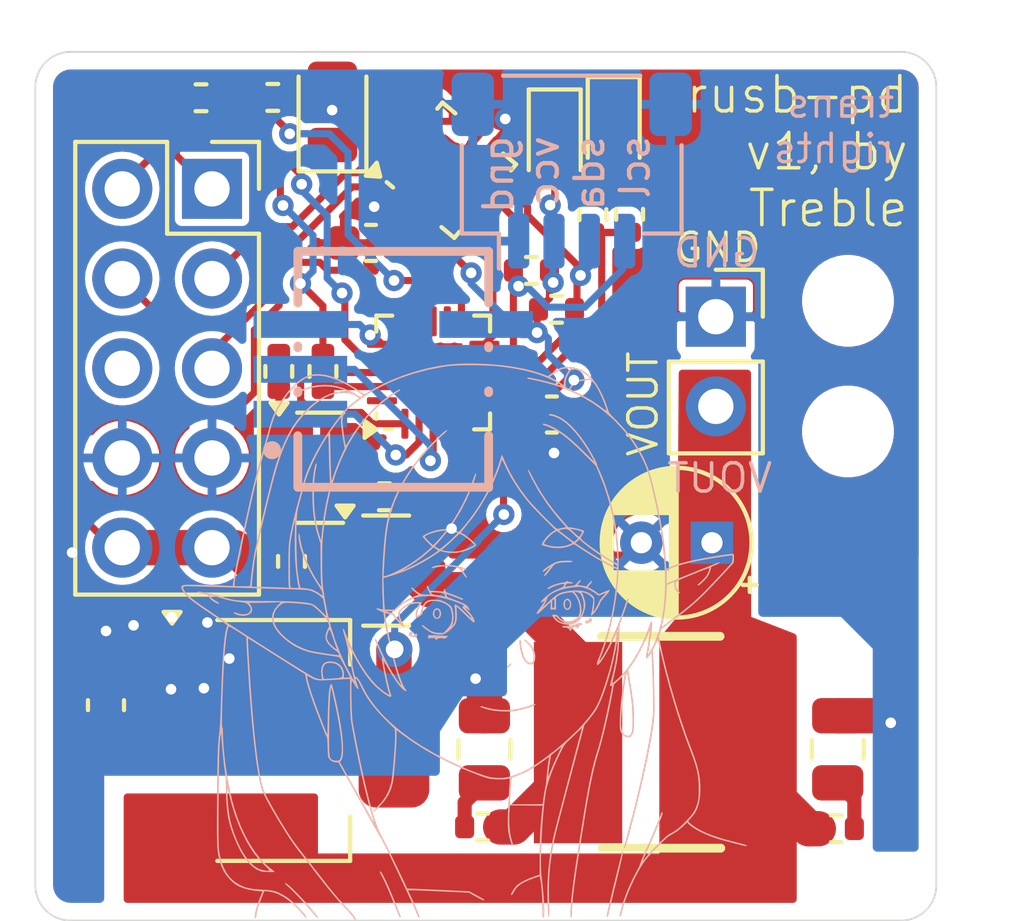
<source format=kicad_pcb>
(kicad_pcb (version 20240108) (generator "pcbnew") (generator_version "8.0")
  (layers (0 "F.Cu" signal) (31 "B.Cu" signal) (34 "B.Paste" user) (35 "F.Paste" user) (36 "B.SilkS" user "B.Silkscreen") (37 "F.SilkS" user "F.Silkscreen") (38 "B.Mask" user) (39 "F.Mask" user) (44 "Edge.Cuts" user))
  (net 0 "")
  (net 1 "GND")
  (net 2 "+3.3V")
  (net 3 "/CC2")
  (net 4 "/D+")
  (net 5 "/SBU2")
  (net 6 "/CC1")
  (net 7 "/SWIO")
  (net 8 "/TYPEC_VBUS")
  (net 9 "/D-")
  (net 10 "/F_SDA")
  (net 11 "/F_SCL")
  (net 12 "VBUS")
  (net 15 "/F_INT")
  (net 17 "/DPU")
  (net 19 "/VBUS_ADC")
  (net 22 "Net-(C1-Pad1)")
  (net 23 "Net-(C3-Pad1)")
  (net 25 "Net-(Q1-D)")
  (net 26 "Net-(Q1-G)")
  (net 27 "Net-(Q2-C)")
  (net 28 "Net-(Q2-B)")
  (net 29 "/VBUS_EN")
  (net 30 "Net-(D2-A)")
  (net 31 "/LED")
  (net 32 "Net-(D3-K)")
  (net 33 "/CFG2")
  (net 34 "/CFG3")
  (net 35 "/CFG1")
  (footprint "Connector_PinSocket_2.54mm:PinSocket_2x05_P2.54mm_Vertical" (layer "F.Cu") (at 138.5 103.98)
    (property "Reference" "J1" (hide yes))
    (property "Value" "Conn_02x05_Counter_Clockwise" (hide yes))
    (pad "1" thru_hole rect (at 0 0) (size 1.7 1.7) (drill 1) (layers "*.Cu" "*.Mask") (net 9 "/D-"))
    (pad "2" thru_hole oval (at -2.54 0) (size 1.7 1.7) (drill 1) (layers "*.Cu" "*.Mask") (net 4 "/D+"))
    (pad "3" thru_hole oval (at 0 2.54) (size 1.7 1.7) (drill 1) (layers "*.Cu" "*.Mask") (net 6 "/CC1"))
    (pad "4" thru_hole oval (at -2.54 2.54) (size 1.7 1.7) (drill 1) (layers "*.Cu" "*.Mask") (net 7 "/SWIO"))
    (pad "5" thru_hole oval (at 0 5.08) (size 1.7 1.7) (drill 1) (layers "*.Cu" "*.Mask") (net 3 "/CC2"))
    (pad "6" thru_hole oval (at -2.54 5.08) (size 1.7 1.7) (drill 1) (layers "*.Cu" "*.Mask") (net 5 "/SBU2"))
    (pad "7" thru_hole oval (at 0 7.62) (size 1.7 1.7) (drill 1) (layers "*.Cu" "*.Mask") (net 1 "GND"))
    (pad "8" thru_hole oval (at -2.54 7.62) (size 1.7 1.7) (drill 1) (layers "*.Cu" "*.Mask") (net 1 "GND"))
    (pad "9" thru_hole oval (at 0 10.16) (size 1.7 1.7) (drill 1) (layers "*.Cu" "*.Mask") (net 8 "/TYPEC_VBUS"))
    (pad "10" thru_hole oval (at -2.54 10.16) (size 1.7 1.7) (drill 1) (layers "*.Cu" "*.Mask") (net 8 "/TYPEC_VBUS"))
  )
  (footprint "Resistor_SMD:R_0402_1005Metric" (layer "F.Cu") (at 147.540007 106.290004)
    (property "Reference" "R2" (hide yes))
    (property "Value" "1K5" (hide yes))
    (pad "1" smd roundrect (at -0.51 0) (size 0.54 0.64) (layers "F.Cu" "F.Paste" "F.Mask") (net 11 "/F_SCL"))
    (pad "2" smd roundrect (at 0.51 0) (size 0.54 0.64) (layers "F.Cu" "F.Paste" "F.Mask") (net 2 "+3.3V"))
  )
  (footprint "Package_DFN_QFN:QFN-20-1EP_3x3mm_P0.4mm_EP1.65x1.65mm" (layer "F.Cu") (at 144.759998 109.179994 90)
    (property "Reference" "U4" (hide yes))
    (property "Value" "CH32V003FxUx" (hide yes))
    (pad "1" smd roundrect (at -1.450002 -0.800003 90) (size 0.85 0.2) (layers "F.Cu" "F.Paste" "F.Mask") (net 29 "/VBUS_EN"))
    (pad "2" smd roundrect (at -1.45 -0.4 90) (size 0.85 0.2) (layers "F.Cu" "F.Paste" "F.Mask") (net 35 "/CFG1"))
    (pad "3" smd roundrect (at -1.450006 0.000002 90) (size 0.85 0.2) (layers "F.Cu" "F.Paste" "F.Mask") (net 33 "/CFG2"))
    (pad "4" smd roundrect (at -1.450002 0.399999 90) (size 0.85 0.2) (layers "F.Cu" "F.Paste" "F.Mask") (net 1 "GND"))
    (pad "5" smd roundrect (at -1.450007 0.799996 90) (size 0.85 0.2) (layers "F.Cu" "F.Paste" "F.Mask"))
    (pad "6" smd roundrect (at -0.800003 1.450002 90) (size 0.2 0.85) (layers "F.Cu" "F.Paste" "F.Mask") (net 2 "+3.3V"))
    (pad "7" smd roundrect (at -0.4 1.45 90) (size 0.2 0.85) (layers "F.Cu" "F.Paste" "F.Mask") (net 31 "/LED"))
    (pad "8" smd roundrect (at 0.000002 1.450006 90) (size 0.2 0.85) (layers "F.Cu" "F.Paste" "F.Mask") (net 10 "/F_SDA"))
    (pad "9" smd roundrect (at 0.399999 1.450002 90) (size 0.2 0.85) (layers "F.Cu" "F.Paste" "F.Mask") (net 11 "/F_SCL"))
    (pad "10" smd roundrect (at 0.799996 1.450007 90) (size 0.2 0.85) (layers "F.Cu" "F.Paste" "F.Mask") (net 15 "/F_INT"))
    (pad "11" smd roundrect (at 1.450002 0.800003 90) (size 0.85 0.2) (layers "F.Cu" "F.Paste" "F.Mask") (net 19 "/VBUS_ADC"))
    (pad "12" smd roundrect (at 1.45 0.4 90) (size 0.85 0.2) (layers "F.Cu" "F.Paste" "F.Mask"))
    (pad "13" smd roundrect (at 1.450006 -0.000002 90) (size 0.85 0.2) (layers "F.Cu" "F.Paste" "F.Mask"))
    (pad "14" smd roundrect (at 1.450002 -0.399999 90) (size 0.85 0.2) (layers "F.Cu" "F.Paste" "F.Mask"))
    (pad "15" smd roundrect (at 1.450007 -0.799996 90) (size 0.85 0.2) (layers "F.Cu" "F.Paste" "F.Mask") (net 7 "/SWIO"))
    (pad "16" smd roundrect (at 0.800003 -1.450002 90) (size 0.2 0.85) (layers "F.Cu" "F.Paste" "F.Mask") (net 34 "/CFG3"))
    (pad "17" smd roundrect (at 0.4 -1.45 90) (size 0.2 0.85) (layers "F.Cu" "F.Paste" "F.Mask") (net 4 "/D+"))
    (pad "18" smd roundrect (at -0.000002 -1.450006 90) (size 0.2 0.85) (layers "F.Cu" "F.Paste" "F.Mask") (net 9 "/D-"))
    (pad "19" smd roundrect (at -0.399999 -1.450002 90) (size 0.2 0.85) (layers "F.Cu" "F.Paste" "F.Mask") (net 17 "/DPU"))
    (pad "20" smd roundrect (at -0.799996 -1.450007 90) (size 0.2 0.85) (layers "F.Cu" "F.Paste" "F.Mask"))
    (pad "21" smd rect (at 0 0 90) (size 1.65 1.65) (property pad_prop_heatsink) (layers "F.Cu" "F.Mask") (net 1 "GND"))
  )
  (footprint "Capacitor_SMD:C_0603_1608Metric" (layer "F.Cu") (at 143 105.51 180)
    (property "Reference" "C5" (hide yes))
    (property "Value" "100n")
    (pad "1" smd roundrect (at -0.775 0 180) (size 0.9 0.95) (layers "F.Cu" "F.Paste" "F.Mask") (net 2 "+3.3V"))
    (pad "2" smd roundrect (at 0.775 0 180) (size 0.9 0.95) (layers "F.Cu" "F.Paste" "F.Mask") (net 1 "GND"))
  )
  (footprint "Package_DFN_QFN:WQFN-14-1EP_2.5x2.5mm_P0.5mm_EP1.45x1.45mm" (layer "F.Cu") (at 145.190007 103.452504 50)
    (property "Reference" "U3" (hide yes))
    (property "Value" "FUSB302BMPX" (hide yes))
    (pad "1" smd roundrect (at -1.262501 -0.5 50) (size 0.675 0.25) (layers "F.Cu" "F.Paste" "F.Mask") (net 3 "/CC2"))
    (pad "2" smd roundrect (at -1.262501 -0.000001 50) (size 0.675 0.25) (layers "F.Cu" "F.Paste" "F.Mask"))
    (pad "3" smd roundrect (at -1.2625 0.499999 50) (size 0.675 0.25) (layers "F.Cu" "F.Paste" "F.Mask") (net 2 "+3.3V"))
    (pad "4" smd roundrect (at -0.75 1.2625 50) (size 0.25 0.675) (layers "F.Cu" "F.Paste" "F.Mask") (net 2 "+3.3V"))
    (pad "5" smd roundrect (at -0.250001 1.2625 50) (size 0.25 0.675) (layers "F.Cu" "F.Paste" "F.Mask") (net 15 "/F_INT"))
    (pad "6" smd roundrect (at 0.250001 1.262501 50) (size 0.25 0.675) (layers "F.Cu" "F.Paste" "F.Mask") (net 11 "/F_SCL"))
    (pad "7" smd roundrect (at 0.749999 1.262499 50) (size 0.25 0.675) (layers "F.Cu" "F.Paste" "F.Mask") (net 10 "/F_SDA"))
    (pad "8" smd roundrect (at 1.262501 0.5 50) (size 0.675 0.25) (layers "F.Cu" "F.Paste" "F.Mask") (net 1 "GND"))
    (pad "9" smd roundrect (at 1.262501 0.000001 50) (size 0.675 0.25) (layers "F.Cu" "F.Paste" "F.Mask") (net 1 "GND"))
    (pad "10" smd roundrect (at 1.2625 -0.499999 50) (size 0.675 0.25) (layers "F.Cu" "F.Paste" "F.Mask") (net 6 "/CC1"))
    (pad "11" smd roundrect (at 0.75 -1.2625 50) (size 0.25 0.675) (layers "F.Cu" "F.Paste" "F.Mask") (net 6 "/CC1"))
    (pad "12" smd roundrect (at 0.250001 -1.2625 50) (size 0.25 0.675) (layers "F.Cu" "F.Paste" "F.Mask"))
    (pad "13" smd roundrect (at -0.250001 -1.262501 50) (size 0.25 0.675) (layers "F.Cu" "F.Paste" "F.Mask"))
    (pad "14" smd roundrect (at -0.749999 -1.262499 50) (size 0.25 0.675) (layers "F.Cu" "F.Paste" "F.Mask") (net 3 "/CC2"))
    (pad "15" smd rect (at 0 0 50) (size 1.45 1.45) (property pad_prop_heatsink) (layers "F.Cu" "F.Mask") (net 1 "GND"))
  )
  (footprint "MountingHole:MountingHole_2.1mm" (layer "F.Cu") (at 156.5 110.85)
    (property "Reference" "REF**" (hide yes))
    (property "Value" "MountingHole_2.1mm" (hide yes))
    (pad "" np_thru_hole circle (at 0 0) (size 2.1 2.1) (drill 2.1) (layers "*.Cu" "*.Mask"))
  )
  (footprint "Capacitor_THT:CP_Radial_D4.0mm_P2.00mm" (layer "F.Cu") (at 152.65 114 180)
    (property "Reference" "C4" (hide yes))
    (property "Value" "C_Polarized_Small" (hide yes))
    (pad "1" thru_hole rect (at 0 0 180) (size 1.2 1.2) (drill 0.6) (layers "*.Cu" "*.Mask") (net 12 "VBUS"))
    (pad "2" thru_hole circle (at 2 0 180) (size 1.2 1.2) (drill 0.6) (layers "*.Cu" "*.Mask") (net 1 "GND"))
  )
  (footprint "Capacitor_SMD:C_0805_2012Metric" (layer "F.Cu") (at 146.21 119.85 90)
    (property "Reference" "C1" (hide yes))
    (property "Value" "11n" (hide yes))
    (pad "1" smd roundrect (at -0.949998 0.000002 90) (size 1 1.45) (layers "F.Cu" "F.Paste" "F.Mask") (net 22 "Net-(C1-Pad1)"))
    (pad "2" smd roundrect (at 0.949998 -0.000002 90) (size 1 1.45) (layers "F.Cu" "F.Paste" "F.Mask") (net 1 "GND"))
  )
  (footprint "Capacitor_SMD:C_0805_2012Metric" (layer "F.Cu") (at 156.21 119.85 90)
    (property "Reference" "C3" (hide yes))
    (property "Value" "11n" (hide yes))
    (pad "1" smd roundrect (at -0.949998 0.000002 90) (size 1 1.45) (layers "F.Cu" "F.Paste" "F.Mask") (net 23 "Net-(C3-Pad1)"))
    (pad "2" smd roundrect (at 0.949998 -0.000002 90) (size 1 1.45) (layers "F.Cu" "F.Paste" "F.Mask") (net 1 "GND"))
  )
  (footprint "Resistor_SMD:R_0402_1005Metric" (layer "F.Cu") (at 140.75 114.53 -90)
    (property "Reference" "R8" (hide yes))
    (property "Value" "1K5")
    (pad "1" smd roundrect (at -0.51 0 270) (size 0.54 0.64) (layers "F.Cu" "F.Paste" "F.Mask") (net 26 "Net-(Q1-G)"))
    (pad "2" smd roundrect (at 0.51 0 270) (size 0.54 0.64) (layers "F.Cu" "F.Paste" "F.Mask") (net 8 "/TYPEC_VBUS"))
  )
  (footprint "Library:IND-SMD_L6.0-W6.0_FNR60XXS" (layer "F.Cu") (at 151.21 119.650004)
    (property "Reference" "L1" (hide yes))
    (property "Value" "30u" (hide yes))
    (pad "1" smd rect (at -2.349996 0.009998) (size 2.5 5.7) (layers "F.Cu" "F.Paste" "F.Mask") (net 25 "Net-(Q1-D)"))
    (pad "2" smd rect (at 2.349996 -0.009998) (size 2.5 5.7) (layers "F.Cu" "F.Paste" "F.Mask") (net 12 "VBUS"))
  )
  (footprint "Resistor_SMD:R_0402_1005Metric" (layer "F.Cu") (at 150.32 104.7 -90)
    (property "Reference" "R11" (hide yes))
    (property "Value" "5.1K")
    (pad "1" smd roundrect (at -0.51 0 270) (size 0.54 0.64) (layers "F.Cu" "F.Paste" "F.Mask") (net 30 "Net-(D2-A)"))
    (pad "2" smd roundrect (at 0.51 0 270) (size 0.54 0.64) (layers "F.Cu" "F.Paste" "F.Mask") (net 31 "/LED"))
  )
  (footprint "Resistor_SMD:R_0402_1005Metric" (layer "F.Cu") (at 140.39 109.15 -90)
    (property "Reference" "R10" (hide yes))
    (property "Value" "1K5")
    (pad "1" smd roundrect (at -0.51 0 270) (size 0.54 0.64) (layers "F.Cu" "F.Paste" "F.Mask") (net 29 "/VBUS_EN"))
    (pad "2" smd roundrect (at 0.51 0 270) (size 0.54 0.64) (layers "F.Cu" "F.Paste" "F.Mask") (net 28 "Net-(Q2-B)"))
  )
  (footprint "Package_TO_SOT_SMD:SOT-23" (layer "F.Cu") (at 143.43 114.79)
    (property "Reference" "Q1" (hide yes))
    (property "Value" "AO3401")
    (pad "1" smd roundrect (at -0.9375 -0.95) (size 1.475 0.6) (layers "F.Cu" "F.Paste" "F.Mask") (net 26 "Net-(Q1-G)"))
    (pad "2" smd roundrect (at -0.9375 0.95) (size 1.475 0.6) (layers "F.Cu" "F.Paste" "F.Mask") (net 8 "/TYPEC_VBUS"))
    (pad "3" smd roundrect (at 0.9375 0) (size 1.475 0.6) (layers "F.Cu" "F.Paste" "F.Mask") (net 25 "Net-(Q1-D)"))
  )
  (footprint "Resistor_SMD:R_0402_1005Metric" (layer "F.Cu") (at 156.17 122.1 180)
    (property "Reference" "R6" (hide yes))
    (property "Value" "50" (hide yes))
    (pad "1" smd roundrect (at -0.51 0 180) (size 0.54 0.64) (layers "F.Cu" "F.Paste" "F.Mask") (net 23 "Net-(C3-Pad1)"))
    (pad "2" smd roundrect (at 0.51 0 180) (size 0.54 0.64) (layers "F.Cu" "F.Paste" "F.Mask") (net 12 "VBUS"))
  )
  (footprint "Resistor_SMD:R_0402_1005Metric" (layer "F.Cu") (at 149.28 104.71 -90)
    (property "Reference" "R12" (hide yes))
    (property "Value" "5.1K")
    (pad "1" smd roundrect (at -0.51 0 270) (size 0.54 0.64) (layers "F.Cu" "F.Paste" "F.Mask") (net 32 "Net-(D3-K)"))
    (pad "2" smd roundrect (at 0.51 0 270) (size 0.54 0.64) (layers "F.Cu" "F.Paste" "F.Mask") (net 31 "/LED"))
  )
  (footprint "Package_TO_SOT_SMD:SOT-223-3_TabPin2" (layer "F.Cu") (at 140.5 119.6)
    (property "Reference" "U1" (hide yes))
    (property "Value" "AMS1117-3.3" (hide yes))
    (pad "1" smd roundrect (at -3.15 -2.3) (size 2 1.5) (layers "F.Cu" "F.Paste" "F.Mask") (net 1 "GND"))
    (pad "2" smd roundrect (at -3.15 0) (size 2 1.5) (layers "F.Cu" "F.Paste" "F.Mask") (net 2 "+3.3V"))
    (pad "2" smd roundrect (at 3.15 0) (size 2 3.8) (layers "F.Cu" "F.Paste" "F.Mask") (net 2 "+3.3V"))
    (pad "3" smd roundrect (at -3.15 2.3) (size 2 1.5) (layers "F.Cu" "F.Paste" "F.Mask") (net 12 "VBUS"))
  )
  (footprint "MountingHole:MountingHole_2.1mm" (layer "F.Cu") (at 156.5 107.15)
    (property "Reference" "REF**" (hide yes))
    (property "Value" "MountingHole_2.1mm" (hide yes))
    (pad "" np_thru_hole circle (at 0 0) (size 2.1 2.1) (drill 2.1) (layers "F&B.Cu" "*.Mask"))
  )
  (footprint "Capacitor_SMD:C_0603_1608Metric" (layer "F.Cu") (at 135.5 118.6 90)
    (property "Reference" "C2" (hide yes))
    (property "Value" "1u" (hide yes))
    (pad "1" smd roundrect (at -0.775 0.000002 90) (size 0.9 0.95) (layers "F.Cu" "F.Paste" "F.Mask") (net 2 "+3.3V"))
    (pad "2" smd roundrect (at 0.775 -0.000002 90) (size 0.9 0.95) (layers "F.Cu" "F.Paste" "F.Mask") (net 1 "GND"))
  )
  (footprint "LED_SMD:LED_0603_1608Metric" (layer "F.Cu") (at 148.2 102.65 -90)
    (property "Reference" "D3" (hide yes))
    (property "Value" "LED2")
    (pad "1" smd roundrect (at -0.7875 0 270) (size 0.875 0.95) (layers "F.Cu" "F.Paste" "F.Mask") (net 32 "Net-(D3-K)"))
    (pad "2" smd roundrect (at 0.7875 0 270) (size 0.875 0.95) (layers "F.Cu" "F.Paste" "F.Mask") (net 2 "+3.3V"))
  )
  (footprint "Package_TO_SOT_SMD:SOT-23" (layer "F.Cu") (at 141.56 111.8775)
    (property "Reference" "Q2" (hide yes))
    (property "Value" "BC847")
    (pad "1" smd roundrect (at -0.9375 -0.95) (size 1.475 0.6) (layers "F.Cu" "F.Paste" "F.Mask") (net 28 "Net-(Q2-B)"))
    (pad "2" smd roundrect (at -0.9375 0.95) (size 1.475 0.6) (layers "F.Cu" "F.Paste" "F.Mask") (net 1 "GND"))
    (pad "3" smd roundrect (at 0.9375 0) (size 1.475 0.6) (layers "F.Cu" "F.Paste" "F.Mask") (net 27 "Net-(Q2-C)"))
  )
  (footprint "Diode_SMD:D_0805_2012Metric" (layer "F.Cu") (at 141.91 101.8 90)
    (property "Reference" "D1" (hide yes))
    (property "Value" "3V6")
    (pad "1" smd roundrect (at -0.9375 0 90) (size 0.975 1.4) (layers "F.Cu" "F.Paste" "F.Mask") (net 19 "/VBUS_ADC"))
    (pad "2" smd roundrect (at 0.9375 0 90) (size 0.975 1.4) (layers "F.Cu" "F.Paste" "F.Mask") (net 1 "GND"))
  )
  (footprint "Resistor_SMD:R_0402_1005Metric" (layer "F.Cu") (at 140.22 101.39)
    (property "Reference" "R3" (hide yes))
    (property "Value" "1K5")
    (pad "1" smd roundrect (at -0.51 0) (size 0.54 0.64) (layers "F.Cu" "F.Paste" "F.Mask") (net 19 "/VBUS_ADC"))
    (pad "2" smd roundrect (at 0.51 0) (size 0.54 0.64) (layers "F.Cu" "F.Paste" "F.Mask") (net 1 "GND"))
  )
  (footprint "Resistor_SMD:R_0402_1005Metric" (layer "F.Cu") (at 148.25 107.39 180)
    (property "Reference" "R1" (hide yes))
    (property "Value" "1K5" (hide yes))
    (pad "1" smd roundrect (at -0.51 0 180) (size 0.54 0.64) (layers "F.Cu" "F.Paste" "F.Mask") (net 10 "/F_SDA"))
    (pad "2" smd roundrect (at 0.51 0 180) (size 0.54 0.64) (layers "F.Cu" "F.Paste" "F.Mask") (net 2 "+3.3V"))
  )
  (footprint "Resistor_SMD:R_0402_1005Metric" (layer "F.Cu") (at 141.64 109.15 90)
    (property "Reference" "R5" (hide yes))
    (property "Value" "1.5k" (hide yes))
    (pad "1" smd roundrect (at -0.510001 0 90) (size 0.54 0.64) (layers "F.Cu" "F.Paste" "F.Mask") (net 17 "/DPU"))
    (pad "2" smd roundrect (at 0.510001 0 90) (size 0.54 0.64) (layers "F.Cu" "F.Paste" "F.Mask") (net 9 "/D-"))
  )
  (footprint "Resistor_SMD:R_0402_1005Metric" (layer "F.Cu") (at 146.16 122.05)
    (property "Reference" "R7" (hide yes))
    (property "Value" "50" (hide yes))
    (pad "1" smd roundrect (at -0.51 0) (size 0.54 0.64) (layers "F.Cu" "F.Paste" "F.Mask") (net 22 "Net-(C1-Pad1)"))
    (pad "2" smd roundrect (at 0.51 0) (size 0.54 0.64) (layers "F.Cu" "F.Paste" "F.Mask") (net 25 "Net-(Q1-D)"))
  )
  (footprint "LED_SMD:LED_0603_1608Metric" (layer "F.Cu") (at 149.87 102.3 -90)
    (property "Reference" "D2" (hide yes))
    (property "Value" "LED1")
    (pad "1" smd roundrect (at -0.7875 0 270) (size 0.875 0.95) (layers "F.Cu" "F.Paste" "F.Mask") (net 1 "GND"))
    (pad "2" smd roundrect (at 0.7875 0 270) (size 0.875 0.95) (layers "F.Cu" "F.Paste" "F.Mask") (net 30 "Net-(D2-A)"))
  )
  (footprint "Capacitor_SMD:C_0603_1608Metric" (layer "F.Cu") (at 148.12 110.37)
    (property "Reference" "C6" (hide yes))
    (property "Value" "100n")
    (pad "1" smd roundrect (at -0.775 0) (size 0.9 0.95) (layers "F.Cu" "F.Paste" "F.Mask") (net 2 "+3.3V"))
    (pad "2" smd roundrect (at 0.775 0) (size 0.9 0.95) (layers "F.Cu" "F.Paste" "F.Mask") (net 1 "GND"))
  )
  (footprint "Resistor_SMD:R_0402_1005Metric" (layer "F.Cu") (at 138.19 101.4)
    (property "Reference" "R4" (hide yes))
    (property "Value" "15K")
    (pad "1" smd roundrect (at -0.51 0) (size 0.54 0.64) (layers "F.Cu" "F.Paste" "F.Mask") (net 8 "/TYPEC_VBUS"))
    (pad "2" smd roundrect (at 0.51 0) (size 0.54 0.64) (layers "F.Cu" "F.Paste" "F.Mask") (net 19 "/VBUS_ADC"))
  )
  (footprint "Resistor_SMD:R_0402_1005Metric" (layer "F.Cu") (at 143.38 112.7)
    (property "Reference" "R9" (hide yes))
    (property "Value" "4K7")
    (pad "1" smd roundrect (at -0.51 0) (size 0.54 0.64) (layers "F.Cu" "F.Paste" "F.Mask") (net 27 "Net-(Q2-C)"))
    (pad "2" smd roundrect (at 0.51 0) (size 0.54 0.64) (layers "F.Cu" "F.Paste" "F.Mask") (net 26 "Net-(Q1-G)"))
  )
  (footprint "Connector_PinSocket_2.54mm:PinSocket_1x02_P2.54mm_Vertical" (layer "F.Cu") (at 152.76 107.6)
    (property "Reference" "J2" (hide yes))
    (property "Value" "Conn_01x02" (hide yes))
    (pad "1" thru_hole rect (at 0 0) (size 1.7 1.7) (drill 1) (layers "*.Cu" "*.Mask") (net 1 "GND"))
    (pad "2" thru_hole oval (at 0 2.54) (size 1.7 1.7) (drill 1) (layers "*.Cu" "*.Mask") (net 12 "VBUS"))
  )
  (footprint "Connector_JST:JST_SH_SM04B-SRSS-TB_1x04-1MP_P1.00mm_Horizontal" (layer "B.Cu") (at 148.68 103.46)
    (property "Reference" "J3" (hide yes))
    (property "Value" "qwiic")
    (pad "1" smd roundrect (at -1.5 2) (size 0.6 1.55) (layers "B.Cu" "B.Paste" "B.Mask") (net 1 "GND"))
    (pad "2" smd roundrect (at -0.5 2) (size 0.6 1.55) (layers "B.Cu" "B.Paste" "B.Mask") (net 2 "+3.3V"))
    (pad "3" smd roundrect (at 0.5 2) (size 0.6 1.55) (layers "B.Cu" "B.Paste" "B.Mask") (net 10 "/F_SDA"))
    (pad "4" smd roundrect (at 1.5 2) (size 0.6 1.55) (layers "B.Cu" "B.Paste" "B.Mask") (net 11 "/F_SCL"))
    (pad "MP" smd roundrect (at -2.8 -1.875) (size 1.2 1.8) (layers "B.Cu" "B.Paste" "B.Mask") (roundrect_rratio 0.208333) (net 1 "GND"))
    (pad "MP" smd roundrect (at 2.8 -1.875) (size 1.2 1.8) (layers "B.Cu" "B.Paste" "B.Mask") (roundrect_rratio 0.208333) (net 1 "GND"))
  )
  (footprint "rusb-pd-second:SW-SMD_6P-P1.27_EU-03KS" (layer "B.Cu") (at 143.63 109.09 90)
    (property "Reference" "SW1" (hide yes))
    (property "Value" "SW_DIP_x03")
    (pad "1" smd rect (at -1.27 -2.63) (size 2.65 0.76) (layers "B.Cu" "B.Paste" "B.Mask") (net 35 "/CFG1"))
    (pad "2" smd rect (at 0 -2.63) (size 2.65 0.76) (layers "B.Cu" "B.Paste" "B.Mask") (net 33 "/CFG2"))
    (pad "3" smd rect (at 1.27 -2.63) (size 2.65 0.76) (layers "B.Cu" "B.Paste" "B.Mask") (net 34 "/CFG3"))
    (pad "4" smd rect (at 1.27 2.63) (size 2.65 0.76) (layers "B.Cu" "B.Paste" "B.Mask") (net 2 "+3.3V"))
    (pad "5" smd rect (at 0 2.63) (size 2.65 0.76) (layers "B.Cu" "B.Paste" "B.Mask") (net 1 "GND"))
    (pad "6" smd rect (at -1.27 2.63) (size 2.65 0.76) (layers "B.Cu" "B.Paste" "B.Mask") (net 1 "GND"))
  )
  (footprint "rusb-pd-second:frieren_4" (layer "B.Cu") (at 145.64 116.79 180)
    (property "Reference" "G***" (hide yes))
    (property "Value" "LOGO" (hide yes))
  )
  (gr_arc (start 159 123.7) (mid 158.707107 124.407107) (end 158 124.7) (stroke (width 0.05)) (layer "Edge.Cuts"))
  (gr_line (start 158 124.7) (end 134.5 124.7) (stroke (width 0.05)) (layer "Edge.Cuts"))
  (gr_line (start 133.5 123.7) (end 133.5 101.1) (stroke (width 0.05)) (layer "Edge.Cuts"))
  (gr_arc (start 133.5 101.1) (mid 133.792893 100.392893) (end 134.5 100.1) (stroke (width 0.05)) (layer "Edge.Cuts"))
  (gr_line (start 159 101.1) (end 159 123.7) (stroke (width 0.05)) (layer "Edge.Cuts"))
  (gr_arc (start 134.5 124.7) (mid 133.792893 124.407107) (end 133.5 123.7) (stroke (width 0.05)) (layer "Edge.Cuts"))
  (gr_line (start 134.5 100.1) (end 158 100.1) (stroke (width 0.05)) (layer "Edge.Cuts"))
  (gr_arc (start 158 100.1) (mid 158.707107 100.392893) (end 159 101.1) (stroke (width 0.05)) (layer "Edge.Cuts"))
  (gr_text "VOUT" (at 154.42 112.64 0) (layer "B.SilkS") (effects (font (size 0.8 0.8) (thickness 0.1)) (justify left bottom mirror)))
  (gr_text "GND" (at 154.07 106.26 0) (layer "B.SilkS") (effects (font (size 0.8 0.8) (thickness 0.1)) (justify left bottom mirror)))
  (gr_text "trans\nrights" (at 157.88 103.31 0) (layer "B.SilkS") (effects (font (size 0.8 0.8) (thickness 0.1)) (justify left bottom mirror)))
  (gr_text "gnd\nvcc\nsda\nscl" (at 150.94 102.41 90) (layer "B.SilkS") (effects (font (size 0.8 0.8) (thickness 0.12)) (justify left bottom mirror)))
  (gr_text "VOUT" (at 151.17 111.62 90) (layer "F.SilkS") (effects (font (size 0.8 0.8) (thickness 0.1)) (justify left bottom)))
  (gr_text "rusb-pd\nv1, by\nTreble\n" (at 158.27 105.12 0) (layer "F.SilkS") (effects (font (size 1 1) (thickness 0.1)) (justify right bottom)))
  (gr_text "GND" (at 151.53 106.11 0) (layer "F.SilkS") (effects (font (size 0.8 0.8) (thickness 0.1)) (justify left bottom)))
  (segment (start 135.5 116.5) (end 135.5 117.824998) (width 1) (layer "F.Cu") (net 1))
  (segment (start 137.35 117.3) (end 137.24 117.3) (width 1) (layer "F.Cu") (net 1))
  (segment (start 137.35 117.3) (end 137.35 118.14) (width 1) (layer "F.Cu") (net 1))
  (segment (start 146.486901 102) (end 146.001528 102.485373) (width 0.2) (layer "F.Cu") (net 1))
  (segment (start 150.3 114.35) (end 149.74 114.35) (width 0.2) (layer "F.Cu") (net 1))
  (segment (start 141.9 101.750001) (end 141.220001 101.750001) (width 0.2) (layer "F.Cu") (net 1))
  (segment (start 141.220001 101.750001) (end 140.86 101.39) (width 0.2) (layer "F.Cu") (net 1))
  (segment (start 134.2 113.94) (end 134.2 112.45) (width 0.2) (layer "F.Cu") (net 1))
  (segment (start 153.79 107.6) (end 154.06 107.33) (width 0.2) (layer "F.Cu") (net 1))
  (segment (start 140.73 100.9) (end 140.7675 100.8625) (width 0.2) (layer "F.Cu") (net 1))
  (segment (start 137.35 116.12) (end 137.36 116.11) (width 1) (layer "F.Cu") (net 1))
  (segment (start 152.76 107.6) (end 153.79 107.6) (width 0.2) (layer "F.Cu") (net 1))
  (segment (start 152.76 107.6) (end 151.75 107.6) (width 0.2) (layer "F.Cu") (net 1))
  (segment (start 156.209998 118.900002) (end 157.510002 118.900002) (width 1) (layer "F.Cu") (net 1))
  (segment (start 140.73 101.39) (end 140.73 100.9) (width 0.2) (layer "F.Cu") (net 1))
  (segment (start 151.75 107.6) (end 151.45 107.3) (width 0.2) (layer "F.Cu") (net 1))
  (segment (start 137.35 117.3) (end 137.35 116.12) (width 1) (layer "F.Cu") (net 1))
  (segment (start 144.875968 109.708739) (end 145.159997 109.992768) (width 0.2) (layer "F.Cu") (net 1))
  (segment (start 146.209998 118.900002) (end 146.209998 118.099998) (width 1) (layer "F.Cu") (net 1))
  (segment (start 134.54 114.28) (end 134.2 113.94) (width 0.2) (layer "F.Cu") (net 1))
  (segment (start 146.8 102) (end 146.486901 102) (width 0.2) (layer "F.Cu") (net 1))
  (segment (start 137.35 117.3) (end 138.97 117.3) (width 1) (layer "F.Cu") (net 1))
  (segment (start 146.8 102.391315) (end 146.384549 102.806766) (width 0.2) (layer "F.Cu") (net 1))
  (segment (start 137.35 117.3) (end 137.35 117.28) (width 1) (layer "F.Cu") (net 1))
  (segment (start 137.35 118.14) (end 137.34 118.15) (width 1) (layer "F.Cu") (net 1))
  (segment (start 137.45 117.3) (end 138.27 118.12) (width 1) (layer "F.Cu") (net 1))
  (segment (start 146.209998 118.099998) (end 145.96 117.85) (width 1) (layer "F.Cu") (net 1))
  (segment (start 140.7675 100.8625) (end 141.91 100.8625) (width 0.2) (layer "F.Cu") (net 1))
  (segment (start 135.5 117.824998) (end 135.499998 117.825) (width 1) (layer "F.Cu") (net 1))
  (segment (start 157.510002 118.900002) (end 157.71 119.1) (width 1) (layer "F.Cu") (net 1))
  (segment (start 137.35 117.28) (end 138.37 116.26) (width 1) (layer "F.Cu") (net 1))
  (segment (start 137.35 117.3) (end 137.45 117.3) (width 1) (layer "F.Cu") (net 1))
  (segment (start 135.499998 117.825) (end 136.825 117.825) (width 1) (layer "F.Cu") (net 1))
  (segment (start 140.86 101.39) (end 140.73 101.39) (width 0.2) (layer "F.Cu") (net 1))
  (segment (start 150.65 114) (end 150.3 114.35) (width 0.2) (layer "F.Cu") (net 1))
  (segment (start 137.24 117.3) (end 136.28 116.34) (width 1) (layer "F.Cu") (net 1))
  (segment (start 145.159997 109.992768) (end 145.159997 110.629996) (width 0.2) (layer "F.Cu") (net 1))
  (segment (start 137.35 117.3) (end 136.27 117.3) (width 1) (layer "F.Cu") (net 1))
  (segment (start 146.8 102) (end 146.8 102.391315) (width 0.2) (layer "F.Cu") (net 1))
  (segment (start 136.825 117.825) (end 137.35 117.3) (width 1) (layer "F.Cu") (net 1))
  (segment (start 138.97 117.3) (end 138.99 117.28) (width 1) (layer "F.Cu") (net 1))
  (segment (start 136.27 117.3) (end 135.89 116.92) (width 1) (layer "F.Cu") (net 1))
  (via (at 134.54 114.28) (size 0.6) (drill 0.3) (layers "F.Cu" "B.Cu") (net 1))
  (via (at 137.36 116.11) (size 0.6) (drill 0.3) (layers "F.Cu" "B.Cu") (net 1))
  (via (at 141.9 101.750001) (size 0.6) (drill 0.3) (layers "F.Cu" "B.Cu") (net 1))
  (via (at 136.28 116.34) (size 0.6) (drill 0.3) (layers "F.Cu" "B.Cu") (net 1))
  (via (at 138.27 118.12) (size 0.6) (drill 0.3) (layers "F.Cu" "B.Cu") (net 1))
  (via (at 135.5 116.5) (size 0.6) (drill 0.3) (layers "F.Cu" "B.Cu") (net 1))
  (via (at 138.37 116.26) (size 0.6) (drill 0.3) (layers "F.Cu" "B.Cu") (net 1))
  (via (at 146.8 102) (size 0.6) (drill 0.3) (layers "F.Cu" "B.Cu") (net 1))
  (via (at 137.34 118.15) (size 0.6) (drill 0.3) (layers "F.Cu" "B.Cu") (net 1))
  (via (at 145.28 113.6) (size 0.6) (drill 0.3) (layers "F.Cu" "B.Cu") (net 1))
  (via (at 143.09 104.485) (size 0.6) (drill 0.3) (layers "F.Cu" "B.Cu") (net 1))
  (via (at 138.99 117.28) (size 0.6) (drill 0.3) (layers "F.Cu" "B.Cu") (net 1))
  (via (at 157.71 119.1) (size 0.6) (drill 0.3) (layers "F.Cu" "B.Cu") (net 1))
  (via (at 148.18 111.46) (size 0.6) (drill 0.3) (layers "F.Cu" "B.Cu") (net 1))
  (via (at 145.96 117.85) (size 0.6) (drill 0.3) (layers "F.Cu" "B.Cu") (net 1))
  (segment (start 137.125 119.375) (end 137.35 119.6) (width 1) (layer "F.Cu") (net 2))
  (segment (start 145.164817 105.69) (end 144.268557 105.69) (width 0.2) (layer "F.Cu") (net 2))
  (segment (start 148.2 104.31) (end 148.2 103.4375) (width 0.2) (layer "F.Cu") (net 2))
  (segment (start 148.524997 109.395) (end 148.74118 109.395) (width 0.2) (layer "F.Cu") (net 2))
  (segment (start 148.07 104.44) (end 148.2 104.31) (width 0.2) (layer "F.Cu") (net 2))
  (segment (start 135.500002 119.375) (end 137.125 119.375) (width 1) (layer "F.Cu") (net 2))
  (segment (start 143.67 117.02) (end 143.65 117.04) (width 1) (layer "F.Cu") (net 2))
  (segment (start 144.268557 105.69) (end 145.12 104.838557) (width 0.2) (layer "F.Cu") (net 2))
  (segment (start 147.94 109.979997) (end 148.524997 109.395) (width 0.2) (layer "F.Cu") (net 2))
  (segment (start 146.75 113.19) (end 146.75 110.965) (width 0.2) (layer "F.Cu") (net 2))
  (segment (start 145.12 104.838557) (end 145.190007 104.838557) (width 0.2) (layer "F.Cu") (net 2))
  (segment (start 147.7 108.05) (end 147.7 107.43) (width 0.2) (layer "F.Cu") (net 2))
  (segment (start 143.65 117.04) (end 143.65 119.6) (width 1) (layer "F.Cu") (net 2))
  (segment (start 148.050007 106.525681) (end 148.050007 106.290004) (width 0.2) (layer "F.Cu") (net 2))
  (segment (start 148.155261 106.630935) (end 148.050007 106.525681) (width 0.2) (layer "F.Cu") (net 2))
  (segment (start 137.35 119.6) (end 143.65 119.6) (width 1) (layer "F.Cu") (net 2))
  (segment (start 144.859038 104.838557) (end 145.12 104.838557) (width 0.2) (layer "F.Cu") (net 2))
  (segment (start 144.761509 104.741028) (end 144.859038 104.838557) (width 0.2) (layer "F.Cu") (net 2))
  (segment (start 148.050007 106.290004) (end 148.050007 107.079993) (width 0.2) (layer "F.Cu") (net 2))
  (segment (start 147.7 107.43) (end 147.74 107.39) (width 0.2) (layer "F.Cu") (net 2))
  (segment (start 148.050007 107.079993) (end 147.74 107.39) (width 0.2) (layer "F.Cu") (net 2))
  (segment (start 145.834047 106.35923) (end 145.164817 105.69) (width 0.2) (layer "F.Cu") (net 2))
  (segment (start 146.21 109.979997) (end 147.94 109.979997) (width 0.2) (layer "F.Cu") (net 2))
  (segment (start 145.190007 104.838557) (end 145.675047 104.838557) (width 0.2) (layer "F.Cu") (net 2))
  (segment (start 146.76 113.2) (end 146.75 113.19) (width 0.2) (layer "F.Cu") (net 2))
  (segment (start 146.75 110.965) (end 147.345 110.37) (width 0.2) (layer "F.Cu") (net 2))
  (via (at 148.74118 109.395) (size 0.6) (drill 0.3) (layers "F.Cu" "B.Cu") (net 2))
  (via (at 148.155261 106.630935) (size 0.6) (drill 0.3) (layers "F.Cu" "B.Cu") (net 2))
  (via (at 146.76 113.2) (size 0.6) (drill 0.3) (layers "F.Cu" "B.Cu") (net 2))
  (via (at 143.67 117.02) (size 1) (drill 0.5) (layers "F.Cu" "B.Cu") (net 2))
  (via (at 148.07 104.44) (size 0.6) (drill 0.3) (layers "F.Cu" "B.Cu") (net 2))
  (via (at 147.7 108.05) (size 0.6) (drill 0.3) (layers "F.Cu" "B.Cu") (net 2))
  (via (at 145.834047 106.35923) (size 0.6) (drill 0.3) (layers "F.Cu" "B.Cu") (net 2))
  (segment (start 146.76 113.2) (end 146.02 113.94) (width 0.2) (layer "B.Cu") (net 2))
  (segment (start 146.02 113.94) (end 146.02 113.97) (width 0.2) (layer "B.Cu") (net 2))
  (segment (start 145.834047 106.35923) (end 145.834047 106.664047) (width 0.2) (layer "B.Cu") (net 2))
  (segment (start 148.74118 109.395) (end 148.02 108.67382) (width 0.2) (layer "B.Cu") (net 2))
  (segment (start 148.02 108.22) (end 147.85 108.05) (width 0.2) (layer "B.Cu") (net 2))
  (segment (start 147.28 108.11) (end 147.64 108.11) (width 0.2) (layer "B.Cu") (net 2))
  (segment (start 148.155261 105.484739) (end 148.18 105.46) (width 0.2) (layer "B.Cu") (net 2))
  (segment (start 148.187285 104.617149) (end 148.187285 104.557285) (width 0.2) (layer "B.Cu") (net 2))
  (segment (start 146.02 113.97) (end 143.67 116.32) (width 0.2) (layer "B.Cu") (net 2))
  (segment (start 145.834047 106.664047) (end 147.28 108.11) (width 0.2) (layer "B.Cu") (net 2))
  (segment (start 148.155261 106.630935) (end 148.155261 105.484739) (width 0.2) (layer "B.Cu") (net 2))
  (segment (start 148.187285 104.557285) (end 148.07 104.44) (width 0.2) (layer "B.Cu") (net 2))
  (segment (start 147.85 108.05) (end 147.7 108.05) (width 0.2) (layer "B.Cu") (net 2))
  (segment (start 148.02 108.67382) (end 148.02 108.22) (width 0.2) (layer "B.Cu") (net 2))
  (segment (start 143.67 116.32) (end 143.67 117.02) (width 0.2) (layer "B.Cu") (net 2))
  (segment (start 147.64 108.11) (end 147.7 108.05) (width 0.2) (layer "B.Cu") (net 2))
  (segment (start 142.460686 103.925) (end 140.725686 105.66) (width 0.2) (layer "F.Cu") (net 3))
  (segment (start 138.5 108.61) (end 138.5 109.06) (width 0.2) (layer "F.Cu") (net 3))
  (segment (start 140.59005 105.66) (end 140 106.25005) (width 0.2) (layer "F.Cu") (net 3))
  (segment (start 143.740786 103.843563) (end 143.740786 103.215518) (width 0.2) (layer "F.Cu") (net 3))
  (segment (start 142.763917 103.925) (end 142.460686 103.925) (width 0.2) (layer "F.Cu") (net 3))
  (segment (start 140 106.25005) (end 140 107.11) (width 0.2) (layer "F.Cu") (net 3))
  (segment (start 143.740786 103.843563) (end 143.699349 103.885) (width 0.2) (layer "F.Cu") (net 3))
  (segment (start 143.699349 103.885) (end 142.803918 103.885) (width 0.2) (layer "F.Cu") (net 3))
  (segment (start 143.995465 104.098242) (end 143.740786 103.843563) (width 0.2) (layer "F.Cu") (net 3))
  (segment (start 142.803918 103.885) (end 142.763917 103.925) (width 0.2) (layer "F.Cu") (net 3))
  (segment (start 140.725686 105.66) (end 140.59005 105.66) (width 0.2) (layer "F.Cu") (net 3))
  (segment (start 140 107.11) (end 138.5 108.61) (width 0.2) (layer "F.Cu") (net 3))
  (segment (start 142.788639 108.779994) (end 143.309998 108.779994) (width 0.2) (layer "F.Cu") (net 4))
  (segment (start 141.037843 103.607843) (end 139.79 102.36) (width 0.2) (layer "F.Cu") (net 4))
  (segment (start 137.09 102.714314) (end 137.09 102.76) (width 0.2) (layer "F.Cu") (net 4))
  (segment (start 135.96 103.89) (end 135.96 103.98) (width 0.2) (layer "F.Cu") (net 4))
  (segment (start 142.26 108.25) (end 142.36 108.35) (width 0.2) (layer "F.Cu") (net 4))
  (segment (start 139.79 102.36) (end 137.444315 102.36) (width 0.2) (layer "F.Cu") (net 4))
  (segment (start 142.18 106.93) (end 142.26 107.01) (width 0.2) (layer "F.Cu") (net 4))
  (segment (start 142.36 108.351355) (end 142.788639 108.779994) (width 0.2) (layer "F.Cu") (net 4))
  (segment (start 137.444315 102.36) (end 137.09 102.714314) (width 0.2) (layer "F.Cu") (net 4))
  (segment (start 142.36 108.35) (end 142.36 108.351355) (width 0.2) (layer "F.Cu") (net 4))
  (segment (start 142.26 107.01) (end 142.26 108.25) (width 0.2) (layer "F.Cu") (net 4))
  (segment (start 141.037843 103.848846) (end 141.037843 103.607843) (width 0.2) (layer "F.Cu") (net 4))
  (segment (start 137.09 102.76) (end 135.96 103.89) (width 0.2) (layer "F.Cu") (net 4))
  (via (at 142.18 106.93) (size 0.6) (drill 0.3) (layers "F.Cu" "B.Cu") (net 4))
  (via (at 141.037843 103.848846) (size 0.6) (drill 0.3) (layers "F.Cu" "B.Cu") (net 4))
  (segment (start 141.76 106.51) (end 141.76 104.744314) (width 0.2) (layer "B.Cu") (net 4))
  (segment (start 141.76 104.744314) (end 141.037843 104.022157) (width 0.2) (layer "B.Cu") (net 4))
  (segment (start 141.037843 104.022157) (end 141.037843 103.848846) (width 0.2) (layer "B.Cu") (net 4))
  (segment (start 142.18 106.93) (end 141.76 106.51) (width 0.2) (layer "B.Cu") (net 4))
  (segment (start 145.3 101.8) (end 144.95 101.45) (width 0.2) (layer "F.Cu") (net 6))
  (segment (start 145.3 102.066451) (end 144.704967 102.066451) (width 0.2) (layer "F.Cu") (net 6))
  (segment (start 145.618505 102.16398) (end 145.520976 102.066451) (width 0.2) (layer "F.Cu") (net 6))
  (segment (start 144.95 101.45) (end 144.44 101.45) (width 0.2) (layer "F.Cu") (net 6))
  (segment (start 142.93 102.96) (end 142.93 103.193232) (width 0.2) (layer "F.Cu") (net 6))
  (segment (start 139.97 105.05) (end 138.5 106.52) (width 0.2) (layer "F.Cu") (net 6))
  (segment (start 145.3 102.066451) (end 145.3 101.8) (width 0.2) (layer "F.Cu") (net 6))
  (segment (start 140.77 105.05) (end 139.97 105.05) (width 0.2) (layer "F.Cu") (net 6))
  (segment (start 145.520976 102.066451) (end 145.3 102.066451) (width 0.2) (layer "F.Cu") (net 6))
  (segment (start 142.295 103.525) (end 140.77 105.05) (width 0.2) (layer "F.Cu") (net 6))
  (segment (start 142.598232 103.525) (end 142.295 103.525) (width 0.2) (layer "F.Cu") (net 6))
  (segment (start 144.44 101.45) (end 142.93 102.96) (width 0.2) (layer "F.Cu") (net 6))
  (segment (start 142.93 103.193232) (end 142.598232 103.525) (width 0.2) (layer "F.Cu") (net 6))
  (segment (start 137.21 109.74) (end 137.21 107.77) (width 0.2) (layer "F.Cu") (net 7))
  (segment (start 142.512668 106.285) (end 141.776304 106.285) (width 0.2) (layer "F.Cu") (net 7))
  (segment (start 143.960002 107.729987) (end 143.960002 107.410002) (width 0.2) (layer "F.Cu") (net 7))
  (segment (start 140.4 106.415736) (end 140.4 107.275686) (width 0.2) (layer "F.Cu") (net 7))
  (segment (start 143.402669 107.175) (end 142.512668 106.285) (width 0.2) (layer "F.Cu") (net 7))
  (segment (start 140.4 107.275686) (end 139.7 107.975686) (width 0.2) (layer "F.Cu") (net 7))
  (segment (start 140.755736 106.06) (end 140.4 106.415736) (width 0.2) (layer "F.Cu") (net 7))
  (segment (start 141.551304 106.06) (end 140.755736 106.06) (width 0.2) (layer "F.Cu") (net 7))
  (segment (start 141.776304 106.285) (end 141.551304 106.06) (width 0.2) (layer "F.Cu") (net 7))
  (segment (start 143.725 107.175) (end 143.402669 107.175) (width 0.2) (layer "F.Cu") (net 7))
  (segment (start 139.13 110.31) (end 137.78 110.31) (width 0.2) (layer "F.Cu") (net 7))
  (segment (start 137.78 110.31) (end 137.21 109.74) (width 0.2) (layer "F.Cu") (net 7))
  (segment (start 143.960002 107.410002) (end 143.725 107.175) (width 0.2) (layer "F.Cu") (net 7))
  (segment (start 139.7 107.975686) (end 139.7 109.74) (width 0.2) (layer "F.Cu") (net 7))
  (segment (start 137.21 107.77) (end 135.96 106.52) (width 0.2) (layer "F.Cu") (net 7))
  (segment (start 139.7 109.74) (end 139.13 110.31) (width 0.2) (layer "F.Cu") (net 7))
  (segment (start 134.68 113.13) (end 135.69 114.14) (width 0.2) (layer "F.Cu") (net 8))
  (segment (start 134.68 102.78) (end 134.68 113.13) (width 0.2) (layer "F.Cu") (net 8))
  (segment (start 137.68 101.4) (end 137.65 101.43) (width 0.2) (layer "F.Cu") (net 8))
  (segment (start 137.65 101.43) (end 136.03 101.43) (width 0.2) (layer "F.Cu") (net 8))
  (segment (start 136.03 101.43) (end 134.68 102.78) (width 0.2) (layer "F.Cu") (net 8))
  (segment (start 138.5 114.14) (end 139.14 114.14) (width 1) (layer "F.Cu") (net 8))
  (segment (start 140.74 115.74) (end 142.2725 115.74) (width 1) (layer "F.Cu") (net 8))
  (segment (start 135.69 114.14) (end 135.96 114.14) (width 0.2) (layer "F.Cu") (net 8))
  (segment (start 135.96 114.14) (end 138.5 114.14) (width 1) (layer "F.Cu") (net 8))
  (segment (start 139.14 114.14) (end 140.74 115.74) (width 1) (layer "F.Cu") (net 8))
  (segment (start 140.435 103.705) (end 139.49 102.76) (width 0.2) (layer "F.Cu") (net 9))
  (segment (start 137.49 102.88) (end 137.49 103.03) (width 0.2) (layer "F.Cu") (net 9))
  (segment (start 141.004265 106.66) (end 141.64 107.295735) (width 0.2) (layer "F.Cu") (net 9))
  (segment (start 139.49 102.76) (end 137.61 102.76) (width 0.2) (layer "F.Cu") (net 9))
  (segment (start 143.309992 109.179996) (end 142.179997 109.179996) (width 0.2) (layer "F.Cu") (net 9))
  (segment (start 140.51 104.45) (end 140.435 104.375) (width 0.2) (layer "F.Cu") (net 9))
  (segment (start 140.435 104.375) (end 140.435 103.705) (width 0.2) (layer "F.Cu") (net 9))
  (segment (start 137.61 102.76) (end 137.49 102.88) (width 0.2) (layer "F.Cu") (net 9))
  (segment (start 137.49 103.03) (end 138.44 103.98) (width 0.2) (layer "F.Cu") (net 9))
  (segment (start 142.179997 109.179996) (end 141.64 108.639999) (width 0.2) (layer "F.Cu") (net 9))
  (segment (start 138.44 103.98) (end 138.5 103.98) (width 0.2) (layer "F.Cu") (net 9))
  (segment (start 141.64 107.295735) (end 141.64 108.639999) (width 0.2) (layer "F.Cu") (net 9))
  (via (at 141.004265 106.66) (size 0.6) (drill 0.3) (layers "F.Cu" "B.Cu") (net 9))
  (via (at 140.51 104.45) (size 0.6) (drill 0.3) (layers "F.Cu" "B.Cu") (net 9))
  (segment (start 141.004265 106.66) (end 141.36 106.304265) (width 0.2) (layer "B.Cu") (net 9))
  (segment (start 141.36 106.304265) (end 141.36 105.3) (width 0.2) (layer "B.Cu") (net 9))
  (segment (start 141.36 105.3) (end 140.51 104.45) (width 0.2) (layer "B.Cu") (net 9))
  (segment (start 147.440008 109.179992) (end 148.830007 107.789993) (width 0.2) (layer "F.Cu") (net 10))
  (segment (start 146.210004 109.179992) (end 147.440008 109.179992) (width 0.2) (layer "F.Cu") (net 10))
  (segment (start 147.430007 104.480269) (end 146.639228 103.68949) (width 0.2) (layer "F.Cu") (net 10))
  (segment (start 148.830007 107.789993) (end 148.830007 106.130007) (width 0.2) (layer "F.Cu") (net 10))
  (segment (start 148.830007 106.130007) (end 147.430007 104.730007) (width 0.2) (layer "F.Cu") (net 10))
  (segment (start 147.430007 104.730007) (end 147.430007 104.480269) (width 0.2) (layer "F.Cu") (net 10))
  (via (at 148.93 106.431473) (size 0.6) (drill 0.3) (layers "F.Cu" "B.Cu") (net 10))
  (segment (start 149.18 106.181473) (end 149.18 105.46) (width 0.2) (layer "B.Cu") (net 10))
  (segment (start 148.93 106.431473) (end 149.18 106.181473) (width 0.2) (layer "B.Cu") (net 10))
  (segment (start 147.030007 104.784683) (end 146.317836 104.072512) (width 0.2) (layer "F.Cu") (net 11))
  (segment (start 147.030007 106.290004) (end 147.030007 108.519993) (width 0.2) (layer "F.Cu") (net 11))
  (segment (start 146.770005 108.779995) (end 146.21 108.779995) (width 0.2) (layer "F.Cu") (net 11))
  (segment (start 147.030007 106.290004) (end 147.030007 104.784683) (width 0.2) (layer "F.Cu") (net 11))
  (segment (start 147.030007 108.519993) (end 146.770005 108.779995) (width 0.2) (layer "F.Cu") (net 11))
  (via (at 147.17555 106.735) (size 0.6) (drill 0.3) (layers "F.Cu" "B.Cu") (net 11))
  (segment (start 148.19 107.33) (end 148.005797 107.33) (width 0.2) (layer "B.Cu") (net 11))
  (segment (start 148.005797 107.33) (end 147.410797 106.735) (width 0.2) (layer "B.Cu") (net 11))
  (segment (start 149.048529 107.33) (end 148.19 107.33) (width 0.2) (layer "B.Cu") (net 11))
  (segment (start 147.410797 106.735) (end 147.17555 106.735) (width 0.2) (layer "B.Cu") (net 11))
  (segment (start 150.12 106.258529) (end 149.048529 107.33) (width 0.2) (layer "B.Cu") (net 11))
  (segment (start 155.66 122.1) (end 155.390001 122.1) (width 1) (layer "F.Cu") (net 12))
  (segment (start 153.559996 120.269995) (end 153.559996 119.640006) (width 1) (layer "F.Cu") (net 12))
  (segment (start 155.390001 122.1) (end 153.559996 120.269995) (width 1) (layer "F.Cu") (net 12))
  (segment (start 146.210005 108.379998) (end 146.45 108.140003) (width 0.2) (layer "F.Cu") (net 15))
  (segment (start 146.45 108.140003) (end 146.45 104.909094) (width 0.2) (layer "F.Cu") (net 15))
  (segment (start 146.45 104.909094) (end 145.996441 104.455535) (width 0.2) (layer "F.Cu") (net 15))
  (segment (start 141.720011 109.57999) (end 143.309996 109.57999) (width 0.2) (layer "F.Cu") (net 17))
  (segment (start 141.64 109.660001) (end 141.720011 109.57999) (width 0.2) (layer "F.Cu") (net 17))
  (segment (start 140.7 102.42) (end 141.715 102.42) (width 0.2) (layer "F.Cu") (net 19))
  (segment (start 140.62 102.3) (end 139.71 101.39) (width 0.2) (layer "F.Cu") (net 19))
  (segment (start 144.926364 106.575) (end 145.560001 107.208637) (width 0.2) (layer "F.Cu") (net 19))
  (segment (start 140.62 102.34) (end 140.62 102.3) (width 0.2) (layer "F.Cu") (net 19))
  (segment (start 139.7 101.4) (end 139.71 101.39) (width 0.2) (layer "F.Cu") (net 19))
  (segment (start 141.715 102.42) (end 142 102.705) (width 0.2) (layer "F.Cu") (net 19))
  (segment (start 140.7 102.42) (end 140.62 102.34) (width 0.2) (layer "F.Cu") (net 19))
  (segment (start 143.651198 106.575) (end 144.926364 106.575) (width 0.2) (layer "F.Cu") (net 19))
  (segment (start 145.560001 107.208637) (end 145.560001 107.729992) (width 0.2) (layer "F.Cu") (net 19))
  (segment (start 138.7 101.4) (end 139.7 101.4) (width 0.2) (layer "F.Cu") (net 19))
  (via (at 143.651198 106.575) (size 0.6) (drill 0.3) (layers "F.Cu" "B.Cu") (net 19))
  (via (at 140.7 102.42) (size 0.6) (drill 0.3) (layers "F.Cu" "B.Cu") (net 19))
  (segment (start 141.82 102.42) (end 140.7 102.42) (width 0.2) (layer "B.Cu") (net 19))
  (segment (start 143.651198 106.575) (end 142.35 105.273802) (width 0.2) (layer "B.Cu") (net 19))
  (segment (start 142.35 105.273802) (end 142.35 102.95) (width 0.2) (layer "B.Cu") (net 19))
  (segment (start 142.35 102.95) (end 141.82 102.42) (width 0.2) (layer "B.Cu") (net 19))
  (segment (start 145.65 122.05) (end 145.65 121.36) (width 0.4) (layer "F.Cu") (net 22))
  (segment (start 145.65 121.36) (end 146.210002 120.799998) (width 0.4) (layer "F.Cu") (net 22))
  (segment (start 156.68 122.1) (end 156.68 121.269996) (width 0.4) (layer "F.Cu") (net 23))
  (segment (start 156.68 121.269996) (end 156.210002 120.799998) (width 0.4) (layer "F.Cu") (net 23))
  (segment (start 148.860004 120.225426) (end 148.860004 119.660002) (width 1) (layer "F.Cu") (net 25))
  (segment (start 146.67 122.05) (end 147.03543 122.05) (width 1) (layer "F.Cu") (net 25))
  (segment (start 148.860004 119.660002) (end 148.860004 117.300004) (width 1) (layer "F.Cu") (net 25))
  (segment (start 144.66 115.33) (end 144.25 114.92) (width 1) (layer "F.Cu") (net 25))
  (segment (start 146.89 115.33) (end 144.66 115.33) (width 1) (layer "F.Cu") (net 25))
  (segment (start 148.860004 117.300004) (end 146.89 115.33) (width 1) (layer "F.Cu") (net 25))
  (segment (start 147.03543 122.05) (end 148.860004 120.225426) (width 1) (layer "F.Cu") (net 25))
  (segment (start 140.93 113.84) (end 142.73 113.84) (width 0.2) (layer "F.Cu") (net 26))
  (segment (start 142.73 113.84) (end 143.95 112.62) (width 0.2) (layer "F.Cu") (net 26))
  (segment (start 140.75 114.02) (end 140.93 113.84) (width 0.2) (layer "F.Cu") (net 26))
  (segment (start 142.87 112.25) (end 142.4975 111.8775) (width 0.2) (layer "F.Cu") (net 27))
  (segment (start 142.87 112.7) (end 142.87 112.25) (width 0.2) (layer "F.Cu") (net 27))
  (segment (start 140.39 110.695) (end 140.6225 110.9275) (width 0.2) (layer "F.Cu") (net 28))
  (segment (start 140.39 109.66) (end 140.39 110.695) (width 0.2) (layer "F.Cu") (net 28))
  (segment (start 140.41 108.67) (end 141.01 109.27) (width 0.2) (layer "F.Cu") (net 29))
  (segment (start 140.41 108.64) (end 140.41 108.67) (width 0.2) (layer "F.Cu") (net 29))
  (segment (start 143.038637 110.629996) (end 143.959995 110.629996) (width 0.2) (layer "F.Cu") (net 29))
  (segment (start 142.718641 110.31) (end 143.038637 110.629996) (width 0.2) (layer "F.Cu") (net 29))
  (segment (start 141.01 109.27) (end 141.01 109.968925) (width 0.2) (layer "F.Cu") (net 29))
  (segment (start 141.01 109.968925) (end 141.351075 110.31) (width 0.2) (layer "F.Cu") (net 29))
  (segment (start 141.351075 110.31) (end 142.718641 110.31) (width 0.2) (layer "F.Cu") (net 29))
  (segment (start 149.98 103.72) (end 150.45 104.19) (width 0.2) (layer "F.Cu") (net 30))
  (segment (start 149.98 103.0375) (end 149.98 103.72) (width 0.2) (layer "F.Cu") (net 30))
  (segment (start 147.605692 109.579994) (end 146.209998 109.579994) (width 0.2) (layer "F.Cu") (net 31))
  (segment (start 149.28 105.22) (end 150.31 105.22) (width 0.2) (layer "F.Cu") (net 31))
  (segment (start 149.53 105.21) (end 149.53 107.655686) (width 0.2) (layer "F.Cu") (net 31))
  (segment (start 149.53 107.655686) (end 147.605692 109.579994) (width 0.2) (layer "F.Cu") (net 31))
  (segment (start 150.45 105.21) (end 149.53 105.21) (width 0.2) (layer "F.Cu") (net 31))
  (segment (start 150.31 105.22) (end 150.32 105.21) (width 0.2) (layer "F.Cu") (net 31))
  (segment (start 148.975 102.6375) (end 148.975 103.765) (width 0.2) (layer "F.Cu") (net 32))
  (segment (start 148.2 101.8625) (end 148.975 102.6375) (width 0.2) (layer "F.Cu") (net 32))
  (segment (start 148.975 103.765) (end 149.4 104.19) (width 0.2) (layer "F.Cu") (net 32))
  (segment (start 144.76 111.599881) (end 144.76 110.63) (width 0.2) (layer "F.Cu") (net 33))
  (segment (start 144.681588 111.678293) (end 144.76 111.599881) (width 0.2) (layer "F.Cu") (net 33))
  (via (at 144.681588 111.678293) (size 0.6) (drill 0.3) (layers "F.Cu" "B.Cu") (net 33))
  (segment (start 142.525 109.09) (end 141 109.09) (width 0.2) (layer "B.Cu") (net 33))
  (segment (start 144.681588 111.246588) (end 142.525 109.09) (width 0.2) (layer "B.Cu") (net 33))
  (segment (start 144.681588 111.678293) (end 144.681588 111.246588) (width 0.2) (layer "B.Cu") (net 33))
  (segment (start 142.975812 108.118638) (end 143.048643 108.118638) (width 0.2) (layer "F.Cu") (net 34))
  (segment (start 143.048643 108.118638) (end 143.309996 108.379991) (width 0.2) (layer "F.Cu") (net 34))
  (via (at 142.975812 108.118638) (size 0.6) (drill 0.3) (layers "F.Cu" "B.Cu") (net 34))
  (segment (start 142.975812 108.118638) (end 142.677174 107.82) (width 0.2) (layer "B.Cu") (net 34))
  (segment (start 142.677174 107.82) (end 141 107.82) (width 0.2) (layer "B.Cu") (net 34))
  (segment (start 143.996588 111.514763) (end 144.359998 111.151353) (width 0.2) (layer "F.Cu") (net 35))
  (segment (start 143.700909 111.514763) (end 143.996588 111.514763) (width 0.2) (layer "F.Cu") (net 35))
  (segment (start 144.359998 111.151353) (end 144.359998 110.629994) (width 0.2) (layer "F.Cu") (net 35))
  (via (at 143.700909 111.514763) (size 0.6) (drill 0.3) (layers "F.Cu" "B.Cu") (net 35))
  (segment (start 143.700909 111.514763) (end 142.546146 110.36) (width 0.2) (layer "B.Cu") (net 35))
  (segment (start 142.546146 110.36) (end 141 110.36) (width 0.2) (layer "B.Cu") (net 35))
  (zone (net 1) (net_name "GND") (layer "F.Cu") (priority 2) (connect_pads (clearance 0.1)) (min_thickness 0.2) (fill yes (thermal_gap 0.2) (thermal_bridge_width 0.21))
    (polygon (pts (xy 132.5 99) (xy 161.5 99) (xy 161.5 114.5) (xy 155 114.5) (xy 155 107.78) (xy 150.5 107.78) (xy 150.5 114.45) (xy 141.1 114.45) (xy 139.75 113) (xy 132.5 113)))
  )
  (zone (net 12) (net_name "VBUS") (layer "F.Cu") (priority 1) (connect_pads yes (clearance 0.1)) (min_thickness 0.2) (fill yes (thermal_gap 0.2) (thermal_bridge_width 0.2))
    (polygon (pts (xy 155.05 116.6) (xy 153.76 116.1) (xy 153.755 109.1) (xy 151.71 109.1) (xy 151.66 116.1) (xy 151.16 116.7) (xy 151.16 122.8) (xy 146.3 122.8) (xy 141.5 122.8) (xy 141.5 121.1) (xy 136 121.1) (xy 136 123.6) (xy 136 124.6) (xy 155.05 124.6)))
  )
  (zone (net 1) (net_name "GND") (layer "B.Cu") (connect_pads (clearance 0.2)) (min_thickness 0.25) (fill yes (thermal_gap 0.25) (thermal_bridge_width 0.25))
    (polygon (pts (xy 160.45 114.1) (xy 160.45 116.1) (xy 160.45 122.75) (xy 157.2 122.75) (xy 157.2 117) (xy 156.3 116.1) (xy 147.8 116.1) (xy 146.85 117) (xy 146.85 118.35) (xy 145.6 118.35) (xy 144.95 119.35) (xy 144.95 120.6) (xy 135.45 120.6) (xy 135.45 124.6) (xy 132.95 124.6) (xy 132.95 99.6) (xy 160.49 99.6)))
  )
  (zone (net 0) (net_name "") (layer "B.Cu") (connect_pads (clearance 0)) (min_thickness 0.25)
    (keepout (tracks allowed) (vias allowed) (pads allowed) (copperpour not_allowed) (footprints allowed))
    (fill (thermal_gap 0.25) (thermal_bridge_width 0.25))
    (polygon (pts (xy 153.96 108.85) (xy 151.46 108.85) (xy 151.46 116.1) (xy 152.71 116.1) (xy 153.96 116.1)))
  )
)
</source>
